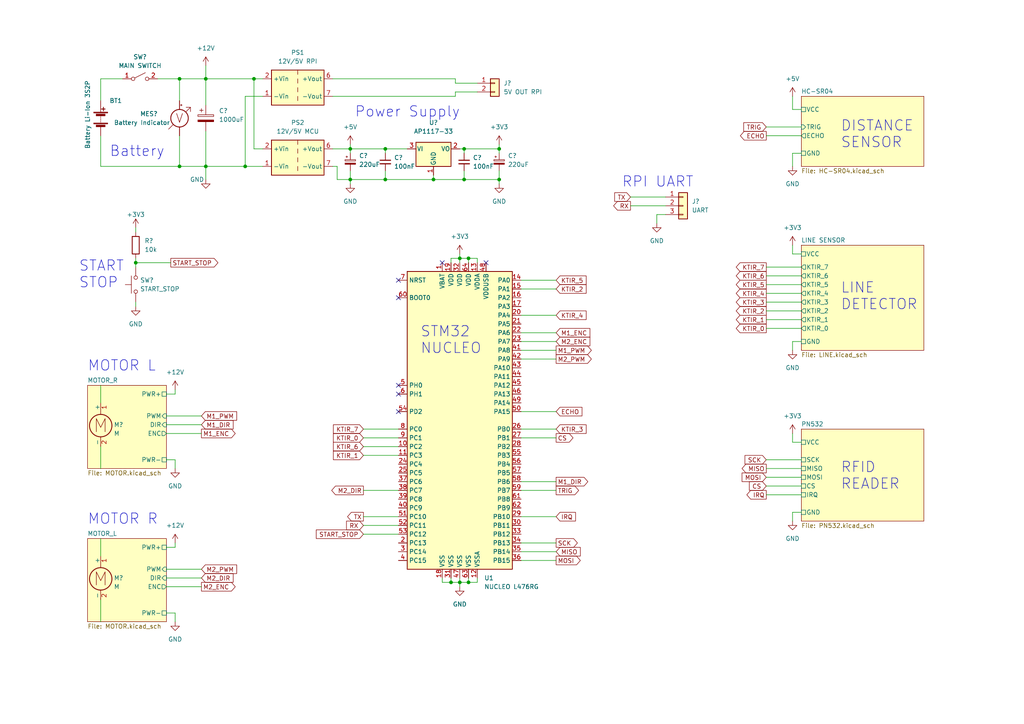
<source format=kicad_sch>
(kicad_sch (version 20211123) (generator eeschema)
  (paper "A4")
  (lib_symbols
    (symbol "Connector_Generic:Conn_01x02" (pin_names (offset 1.016) hide)
      (property "Reference" "J" (at 0 2.54 0))
      (property "Value" "Conn_01x02" (at 0 -5.08 0))
      (symbol "Conn_01x02_1_1"
        (rectangle (start -1.27 -2.413) (end 0 -2.667) (stroke (width 0.1524)))
        (rectangle (start -1.27 0.127) (end 0 -0.127) (stroke (width 0.1524)))
        (rectangle (start -1.27 1.27) (end 1.27 -3.81) (stroke (width 0.254)) (fill (type background)))
        (pin passive line (at -5.08 0 0) (length 3.81) (name "Pin_1") (number "1"))
        (pin passive line (at -5.08 -2.54 0) (length 3.81) (name "Pin_2") (number "2"))
      )
    )
    (symbol "Connector_Generic:Conn_01x03" (pin_names (offset 1.016) hide)
      (property "Reference" "J" (at 0 5.08 0))
      (property "Value" "Conn_01x03" (at 0 -5.08 0))
      (symbol "Conn_01x03_1_1"
        (rectangle (start -1.27 -2.413) (end 0 -2.667) (stroke (width 0.1524)))
        (rectangle (start -1.27 0.127) (end 0 -0.127) (stroke (width 0.1524)))
        (rectangle (start -1.27 2.667) (end 0 2.413) (stroke (width 0.1524)))
        (rectangle (start -1.27 3.81) (end 1.27 -3.81) (stroke (width 0.254)) (fill (type background)))
        (pin passive line (at -5.08 2.54 0) (length 3.81) (name "Pin_1") (number "1"))
        (pin passive line (at -5.08 0 0) (length 3.81) (name "Pin_2") (number "2"))
        (pin passive line (at -5.08 -2.54 0) (length 3.81) (name "Pin_3") (number "3"))
      )
    )
    (symbol "Converter_DCDC:ITX0512SA"
      (property "Reference" "PS" (at -7.62 6.35 0))
      (property "Value" "ITX0512SA" (at 1.27 6.35 0))
      (symbol "ITX0512SA_0_0"
        (pin power_in line (at -10.16 -2.54 0) (length 2.54) (name "-Vin") (number "1"))
        (pin power_in line (at -10.16 2.54 0) (length 2.54) (name "+Vin") (number "2"))
        (pin power_out line (at 10.16 2.54 180) (length 2.54) (name "+Vout") (number "6"))
        (pin power_out line (at 10.16 -2.54 180) (length 2.54) (name "-Vout") (number "7"))
        (pin no_connect line (at 7.62 0 180) (length 2.54) hide (name "NC") (number "8"))
      )
      (symbol "ITX0512SA_0_1"
        (rectangle (start -7.62 5.08) (end 7.62 -5.08) (stroke (width 0.254)) (fill (type background)))
        (polyline (pts (xy 0 -2.54) (xy 0 -3.81)))
        (polyline (pts (xy 0 0) (xy 0 -1.27)))
        (polyline (pts (xy 0 2.54) (xy 0 1.27)))
        (polyline (pts (xy 0 5.08) (xy 0 3.81)))
      )
    )
    (symbol "Device:Battery" (pin_numbers hide) (pin_names (offset 0) hide)
      (property "Reference" "BT" (at 2.54 2.54 0))
      (property "Value" "Battery" (at 2.54 0 0))
      (symbol "Battery_0_1"
        (rectangle (start -2.032 -1.397) (end 2.032 -1.651) (fill (type outline)))
        (rectangle (start -2.032 1.778) (end 2.032 1.524) (fill (type outline)))
        (rectangle (start -1.3208 -1.9812) (end 1.27 -2.4892) (fill (type outline)))
        (rectangle (start -1.3208 1.1938) (end 1.27 0.6858) (fill (type outline)))
        (polyline (pts (xy 0 -1.524) (xy 0 -1.27)))
        (polyline (pts (xy 0 -1.016) (xy 0 -0.762)))
        (polyline (pts (xy 0 -0.508) (xy 0 -0.254)))
        (polyline (pts (xy 0 0) (xy 0 0.254)))
        (polyline (pts (xy 0 0.508) (xy 0 0.762)))
        (polyline (pts (xy 0 1.778) (xy 0 2.54)))
        (polyline (pts (xy 0.254 2.667) (xy 1.27 2.667)) (stroke (width 0.254)))
        (polyline (pts (xy 0.762 3.175) (xy 0.762 2.159)) (stroke (width 0.254)))
      )
      (symbol "Battery_1_1"
        (pin passive line (at 0 5.08 270) (length 2.54) (name "+") (number "1"))
        (pin passive line (at 0 -5.08 90) (length 2.54) (name "-") (number "2"))
      )
    )
    (symbol "Device:C_Polarized" (pin_numbers hide) (pin_names (offset 0.254))
      (property "Reference" "C" (at 0.635 2.54 0))
      (property "Value" "C_Polarized" (at 0.635 -2.54 0))
      (symbol "C_Polarized_0_1"
        (rectangle (start -2.286 0.508) (end 2.286 1.016))
        (polyline (pts (xy -1.778 2.286) (xy -0.762 2.286)))
        (polyline (pts (xy -1.27 2.794) (xy -1.27 1.778)))
        (rectangle (start 2.286 -0.508) (end -2.286 -1.016) (fill (type outline)))
      )
      (symbol "C_Polarized_1_1"
        (pin passive line (at 0 3.81 270) (length 2.794) (name "~") (number "1"))
        (pin passive line (at 0 -3.81 90) (length 2.794) (name "~") (number "2"))
      )
    )
    (symbol "Device:C_Polarized_Small" (pin_numbers hide) (pin_names (offset 0.254) hide)
      (property "Reference" "C" (at 0.254 1.778 0))
      (property "Value" "C_Polarized_Small" (at 0.254 -2.032 0))
      (symbol "C_Polarized_Small_0_1"
        (rectangle (start -1.524 -0.3048) (end 1.524 -0.6858) (fill (type outline)))
        (rectangle (start -1.524 0.6858) (end 1.524 0.3048))
        (polyline (pts (xy -1.27 1.524) (xy -0.762 1.524)))
        (polyline (pts (xy -1.016 1.27) (xy -1.016 1.778)))
      )
      (symbol "C_Polarized_Small_1_1"
        (pin passive line (at 0 2.54 270) (length 1.8542) (name "~") (number "1"))
        (pin passive line (at 0 -2.54 90) (length 1.8542) (name "~") (number "2"))
      )
    )
    (symbol "Device:C_Small" (pin_numbers hide) (pin_names (offset 0.254) hide)
      (property "Reference" "C" (at 0.254 1.778 0))
      (property "Value" "C_Small" (at 0.254 -2.032 0))
      (symbol "C_Small_0_1"
        (polyline (pts (xy -1.524 -0.508) (xy 1.524 -0.508)) (stroke (width 0.3302)))
        (polyline (pts (xy -1.524 0.508) (xy 1.524 0.508)) (stroke (width 0.3048)))
      )
      (symbol "C_Small_1_1"
        (pin passive line (at 0 2.54 270) (length 2.032) (name "~") (number "1"))
        (pin passive line (at 0 -2.54 90) (length 2.032) (name "~") (number "2"))
      )
    )
    (symbol "Device:R" (pin_numbers hide) (pin_names (offset 0))
      (property "Reference" "R" (at 2.032 0 90))
      (property "Value" "R" (at 0 0 90))
      (symbol "R_0_1"
        (rectangle (start -1.016 -2.54) (end 1.016 2.54) (stroke (width 0.254)))
      )
      (symbol "R_1_1"
        (pin passive line (at 0 3.81 270) (length 1.27) (name "~") (number "1"))
        (pin passive line (at 0 -3.81 90) (length 1.27) (name "~") (number "2"))
      )
    )
    (symbol "Device:Voltmeter_DC" (pin_numbers hide) (pin_names (offset 0.0254) hide)
      (property "Reference" "MES" (at -3.302 1.016 0))
      (property "Value" "Voltmeter_DC" (at -3.302 -0.762 0))
      (symbol "Voltmeter_DC_0_0"
        (polyline (pts (xy -3.175 -3.175) (xy -1.905 -1.905)))
        (polyline (pts (xy 1.905 1.905) (xy 3.175 3.175)))
        (polyline (pts (xy 1.905 3.175) (xy 3.175 3.175) (xy 3.175 1.905)))
        (text "V" (at 0 0 0) (effects (font (size 2.54 2.54))))
      )
      (symbol "Voltmeter_DC_0_1"
        (polyline (pts (xy 0.254 3.81) (xy 0.762 3.81)))
        (polyline (pts (xy 0.508 4.064) (xy 0.508 3.556)))
        (circle (center 0 0) (radius 2.54) (stroke (width 0.254)))
      )
      (symbol "Voltmeter_DC_1_1"
        (pin passive line (at 0 -5.08 90) (length 2.54) (name "-") (number "1"))
        (pin passive line (at 0 5.08 270) (length 2.54) (name "+") (number "2"))
      )
    )
    (symbol "MCU_ST_STM32L4:STM32L476RGTx"
      (property "Reference" "U" (at -15.24 44.45 0))
      (property "Value" "STM32L476RGTx" (at 10.16 44.45 0))
      (symbol "STM32L476RGTx_0_1"
        (rectangle (start -15.24 -43.18) (end 15.24 43.18) (stroke (width 0.254)) (fill (type background)))
      )
      (symbol "STM32L476RGTx_1_1"
        (pin power_in line (at -5.08 45.72 270) (length 2.54) (name "VBAT") (number "1"))
        (pin bidirectional line (at -17.78 -7.62 0) (length 2.54) (name "PC2") (number "10"))
        (pin bidirectional line (at -17.78 -10.16 0) (length 2.54) (name "PC3") (number "11"))
        (pin power_in line (at 5.08 -45.72 90) (length 2.54) (name "VSSA") (number "12"))
        (pin power_in line (at 5.08 45.72 270) (length 2.54) (name "VDDA") (number "13"))
        (pin bidirectional line (at 17.78 40.64 180) (length 2.54) (name "PA0") (number "14"))
        (pin bidirectional line (at 17.78 38.1 180) (length 2.54) (name "PA1") (number "15"))
        (pin bidirectional line (at 17.78 35.56 180) (length 2.54) (name "PA2") (number "16"))
        (pin bidirectional line (at 17.78 33.02 180) (length 2.54) (name "PA3") (number "17"))
        (pin power_in line (at -5.08 -45.72 90) (length 2.54) (name "VSS") (number "18"))
        (pin power_in line (at -2.54 45.72 270) (length 2.54) (name "VDD") (number "19"))
        (pin bidirectional line (at -17.78 -35.56 0) (length 2.54) (name "PC13") (number "2"))
        (pin bidirectional line (at 17.78 30.48 180) (length 2.54) (name "PA4") (number "20"))
        (pin bidirectional line (at 17.78 27.94 180) (length 2.54) (name "PA5") (number "21"))
        (pin bidirectional line (at 17.78 25.4 180) (length 2.54) (name "PA6") (number "22"))
        (pin bidirectional line (at 17.78 22.86 180) (length 2.54) (name "PA7") (number "23"))
        (pin bidirectional line (at -17.78 -12.7 0) (length 2.54) (name "PC4") (number "24"))
        (pin bidirectional line (at -17.78 -15.24 0) (length 2.54) (name "PC5") (number "25"))
        (pin bidirectional line (at 17.78 -2.54 180) (length 2.54) (name "PB0") (number "26"))
        (pin bidirectional line (at 17.78 -5.08 180) (length 2.54) (name "PB1") (number "27"))
        (pin bidirectional line (at 17.78 -7.62 180) (length 2.54) (name "PB2") (number "28"))
        (pin bidirectional line (at 17.78 -27.94 180) (length 2.54) (name "PB10") (number "29"))
        (pin bidirectional line (at -17.78 -38.1 0) (length 2.54) (name "PC14") (number "3"))
        (pin bidirectional line (at 17.78 -30.48 180) (length 2.54) (name "PB11") (number "30"))
        (pin power_in line (at -2.54 -45.72 90) (length 2.54) (name "VSS") (number "31"))
        (pin power_in line (at 0 45.72 270) (length 2.54) (name "VDD") (number "32"))
        (pin bidirectional line (at 17.78 -33.02 180) (length 2.54) (name "PB12") (number "33"))
        (pin bidirectional line (at 17.78 -35.56 180) (length 2.54) (name "PB13") (number "34"))
        (pin bidirectional line (at 17.78 -38.1 180) (length 2.54) (name "PB14") (number "35"))
        (pin bidirectional line (at 17.78 -40.64 180) (length 2.54) (name "PB15") (number "36"))
        (pin bidirectional line (at -17.78 -17.78 0) (length 2.54) (name "PC6") (number "37"))
        (pin bidirectional line (at -17.78 -20.32 0) (length 2.54) (name "PC7") (number "38"))
        (pin bidirectional line (at -17.78 -22.86 0) (length 2.54) (name "PC8") (number "39"))
        (pin bidirectional line (at -17.78 -40.64 0) (length 2.54) (name "PC15") (number "4"))
        (pin bidirectional line (at -17.78 -25.4 0) (length 2.54) (name "PC9") (number "40"))
        (pin bidirectional line (at 17.78 20.32 180) (length 2.54) (name "PA8") (number "41"))
        (pin bidirectional line (at 17.78 17.78 180) (length 2.54) (name "PA9") (number "42"))
        (pin bidirectional line (at 17.78 15.24 180) (length 2.54) (name "PA10") (number "43"))
        (pin bidirectional line (at 17.78 12.7 180) (length 2.54) (name "PA11") (number "44"))
        (pin bidirectional line (at 17.78 10.16 180) (length 2.54) (name "PA12") (number "45"))
        (pin bidirectional line (at 17.78 7.62 180) (length 2.54) (name "PA13") (number "46"))
        (pin power_in line (at 0 -45.72 90) (length 2.54) (name "VSS") (number "47"))
        (pin power_in line (at 7.62 45.72 270) (length 2.54) (name "VDDUSB") (number "48"))
        (pin bidirectional line (at 17.78 5.08 180) (length 2.54) (name "PA14") (number "49"))
        (pin input line (at -17.78 10.16 0) (length 2.54) (name "PH0") (number "5"))
        (pin bidirectional line (at 17.78 2.54 180) (length 2.54) (name "PA15") (number "50"))
        (pin bidirectional line (at -17.78 -27.94 0) (length 2.54) (name "PC10") (number "51"))
        (pin bidirectional line (at -17.78 -30.48 0) (length 2.54) (name "PC11") (number "52"))
        (pin bidirectional line (at -17.78 -33.02 0) (length 2.54) (name "PC12") (number "53"))
        (pin bidirectional line (at -17.78 2.54 0) (length 2.54) (name "PD2") (number "54"))
        (pin bidirectional line (at 17.78 -10.16 180) (length 2.54) (name "PB3") (number "55"))
        (pin bidirectional line (at 17.78 -12.7 180) (length 2.54) (name "PB4") (number "56"))
        (pin bidirectional line (at 17.78 -15.24 180) (length 2.54) (name "PB5") (number "57"))
        (pin bidirectional line (at 17.78 -17.78 180) (length 2.54) (name "PB6") (number "58"))
        (pin bidirectional line (at 17.78 -20.32 180) (length 2.54) (name "PB7") (number "59"))
        (pin input line (at -17.78 7.62 0) (length 2.54) (name "PH1") (number "6"))
        (pin input line (at -17.78 35.56 0) (length 2.54) (name "BOOT0") (number "60"))
        (pin bidirectional line (at 17.78 -22.86 180) (length 2.54) (name "PB8") (number "61"))
        (pin bidirectional line (at 17.78 -25.4 180) (length 2.54) (name "PB9") (number "62"))
        (pin power_in line (at 2.54 -45.72 90) (length 2.54) (name "VSS") (number "63"))
        (pin power_in line (at 2.54 45.72 270) (length 2.54) (name "VDD") (number "64"))
        (pin input line (at -17.78 40.64 0) (length 2.54) (name "NRST") (number "7"))
        (pin bidirectional line (at -17.78 -2.54 0) (length 2.54) (name "PC0") (number "8"))
        (pin bidirectional line (at -17.78 -5.08 0) (length 2.54) (name "PC1") (number "9"))
      )
    )
    (symbol "Motor:Motor_DC" (pin_names (offset 0))
      (property "Reference" "M" (at 2.54 2.54 0))
      (property "Value" "Motor_DC" (at 2.54 -5.08 0))
      (symbol "Motor_DC_0_0"
        (polyline (pts (xy -1.27 -3.302) (xy -1.27 0.508) (xy 0 -2.032) (xy 1.27 0.508) (xy 1.27 -3.302)))
      )
      (symbol "Motor_DC_0_1"
        (circle (center 0 -1.524) (radius 3.2512) (stroke (width 0.254)))
        (polyline (pts (xy 0 -7.62) (xy 0 -7.112)))
        (polyline (pts (xy 0 -4.7752) (xy 0 -5.1816)))
        (polyline (pts (xy 0 1.7272) (xy 0 2.0828)))
        (polyline (pts (xy 0 2.032) (xy 0 2.54)))
      )
      (symbol "Motor_DC_1_1"
        (pin passive line (at 0 5.08 270) (length 2.54) (name "+") (number "1"))
        (pin passive line (at 0 -7.62 90) (length 2.54) (name "-") (number "2"))
      )
    )
    (symbol "Regulator_Linear:AP1117-33" (pin_names (offset 0.254))
      (property "Reference" "U" (at -3.81 3.175 0))
      (property "Value" "AP1117-33" (at 0 3.175 0))
      (symbol "AP1117-33_0_1"
        (rectangle (start -5.08 -5.08) (end 5.08 1.905) (stroke (width 0.254)) (fill (type background)))
      )
      (symbol "AP1117-33_1_1"
        (pin power_in line (at 0 -7.62 90) (length 2.54) (name "GND") (number "1"))
        (pin power_out line (at 7.62 0 180) (length 2.54) (name "VO") (number "2"))
        (pin power_in line (at -7.62 0 0) (length 2.54) (name "VI") (number "3"))
      )
    )
    (symbol "Switch:SW_Push" (pin_numbers hide) (pin_names (offset 1.016) hide)
      (property "Reference" "SW" (at 1.27 2.54 0))
      (property "Value" "SW_Push" (at 0 -1.524 0))
      (symbol "SW_Push_0_1"
        (circle (center -2.032 0) (radius 0.508))
        (polyline (pts (xy 0 1.27) (xy 0 3.048)))
        (polyline (pts (xy 2.54 1.27) (xy -2.54 1.27)))
        (circle (center 2.032 0) (radius 0.508))
        (pin passive line (at -5.08 0 0) (length 2.54) (name "1") (number "1"))
        (pin passive line (at 5.08 0 180) (length 2.54) (name "2") (number "2"))
      )
    )
    (symbol "Switch:SW_SPST" (pin_names (offset 0) hide)
      (property "Reference" "SW" (at 0 3.175 0))
      (property "Value" "SW_SPST" (at 0 -2.54 0))
      (symbol "SW_SPST_0_0"
        (circle (center -2.032 0) (radius 0.508))
        (polyline (pts (xy -1.524 0.254) (xy 1.524 1.778)))
        (circle (center 2.032 0) (radius 0.508))
      )
      (symbol "SW_SPST_1_1"
        (pin passive line (at -5.08 0 0) (length 2.54) (name "A") (number "1"))
        (pin passive line (at 5.08 0 180) (length 2.54) (name "B") (number "2"))
      )
    )
    (symbol "power:+12V" (power) (pin_names (offset 0))
      (property "Value" "+12V" (at 0 3.556 0))
      (symbol "+12V_0_1"
        (polyline (pts (xy -0.762 1.27) (xy 0 2.54)))
        (polyline (pts (xy 0 0) (xy 0 2.54)))
        (polyline (pts (xy 0 2.54) (xy 0.762 1.27)))
      )
      (symbol "+12V_1_1"
        (pin power_in line (at 0 0 90) (length 0) hide (name "+12V") (number "1"))
      )
    )
    (symbol "power:+3.3V" (power) (pin_names (offset 0))
      (property "Value" "+3.3V" (at 0 3.556 0))
      (symbol "+3.3V_0_1"
        (polyline (pts (xy -0.762 1.27) (xy 0 2.54)))
        (polyline (pts (xy 0 0) (xy 0 2.54)))
        (polyline (pts (xy 0 2.54) (xy 0.762 1.27)))
      )
      (symbol "+3.3V_1_1"
        (pin power_in line (at 0 0 90) (length 0) hide (name "+3V3") (number "1"))
      )
    )
    (symbol "power:+5V" (power) (pin_names (offset 0))
      (property "Value" "+5V" (at 0 3.556 0))
      (symbol "+5V_0_1"
        (polyline (pts (xy -0.762 1.27) (xy 0 2.54)))
        (polyline (pts (xy 0 0) (xy 0 2.54)))
        (polyline (pts (xy 0 2.54) (xy 0.762 1.27)))
      )
      (symbol "+5V_1_1"
        (pin power_in line (at 0 0 90) (length 0) hide (name "+5V") (number "1"))
      )
    )
    (symbol "power:GND" (power) (pin_names (offset 0))
      (property "Value" "GND" (at 0 -3.81 0))
      (symbol "GND_0_1"
        (polyline (pts (xy 0 0) (xy 0 -1.27) (xy 1.27 -1.27) (xy 0 -2.54) (xy -1.27 -1.27) (xy 0 -1.27)))
      )
      (symbol "GND_1_1"
        (pin power_in line (at 0 0 270) (length 0) hide (name "GND") (number "1"))
      )
    )
  )
  (junction (at 52.07 22.86))
  (junction (at 59.69 48.26))
  (junction (at 52.07 48.26))
  (junction (at 144.78 52.07))
  (junction (at 134.62 52.07))
  (junction (at 111.76 52.07))
  (junction (at 133.35 74.93))
  (junction (at 101.6 52.07))
  (junction (at 73.66 22.86))
  (junction (at 71.12 48.26))
  (junction (at 130.81 168.91))
  (junction (at 135.89 74.93))
  (junction (at 125.73 52.07))
  (junction (at 144.78 43.18))
  (junction (at 101.6 43.18))
  (junction (at 133.35 168.91))
  (junction (at 59.69 22.86))
  (junction (at 135.89 168.91))
  (junction (at 134.62 43.18))
  (junction (at 39.37 76.2))
  (junction (at 111.76 43.18))
  (no_connect (at 115.57 119.38))
  (no_connect (at 115.57 111.76))
  (no_connect (at 115.57 81.28))
  (no_connect (at 115.57 86.36))
  (no_connect (at 115.57 114.3))
  (no_connect (at 128.27 76.2))
  (no_connect (at 140.97 76.2))
  (wire (pts (xy 101.6 49.53) (xy 101.6 52.07)))
  (wire (pts (xy 133.35 167.64) (xy 133.35 168.91)))
  (wire (pts (xy 138.43 24.13) (xy 132.08 24.13)))
  (wire (pts (xy 105.41 149.86) (xy 115.57 149.86)))
  (wire (pts (xy 105.41 124.46) (xy 115.57 124.46)))
  (wire (pts (xy 50.8 135.89) (xy 50.8 133.35)))
  (wire (pts (xy 29.21 111.76) (xy 29.21 116.84)))
  (wire (pts (xy 59.69 22.86) (xy 73.66 22.86)))
  (wire (pts (xy 222.25 140.97) (xy 232.41 140.97)))
  (wire (pts (xy 144.78 52.07) (xy 134.62 52.07)))
  (wire (pts (xy 101.6 43.18) (xy 101.6 44.45)))
  (wire (pts (xy 144.78 49.53) (xy 144.78 52.07)))
  (wire (pts (xy 222.25 135.89) (xy 232.41 135.89)))
  (wire (pts (xy 50.8 180.34) (xy 50.8 177.8)))
  (wire (pts (xy 134.62 44.45) (xy 134.62 43.18)))
  (wire (pts (xy 222.25 85.09) (xy 232.41 85.09)))
  (wire (pts (xy 97.79 52.07) (xy 101.6 52.07)))
  (wire (pts (xy 229.87 148.59) (xy 232.41 148.59)))
  (wire (pts (xy 229.87 151.13) (xy 229.87 148.59)))
  (wire (pts (xy 96.52 48.26) (xy 97.79 48.26)))
  (wire (pts (xy 101.6 41.91) (xy 101.6 43.18)))
  (wire (pts (xy 132.08 26.67) (xy 138.43 26.67)))
  (wire (pts (xy 222.25 143.51) (xy 232.41 143.51)))
  (wire (pts (xy 39.37 76.2) (xy 49.53 76.2)))
  (wire (pts (xy 135.89 168.91) (xy 133.35 168.91)))
  (wire (pts (xy 58.42 125.73) (xy 48.26 125.73)))
  (wire (pts (xy 222.25 82.55) (xy 232.41 82.55)))
  (wire (pts (xy 111.76 49.53) (xy 111.76 52.07)))
  (wire (pts (xy 232.41 73.66) (xy 229.87 73.66)))
  (wire (pts (xy 101.6 43.18) (xy 111.76 43.18)))
  (wire (pts (xy 229.87 125.73) (xy 229.87 128.27)))
  (wire (pts (xy 161.29 104.14) (xy 151.13 104.14)))
  (wire (pts (xy 161.29 119.38) (xy 151.13 119.38)))
  (wire (pts (xy 134.62 49.53) (xy 134.62 52.07)))
  (wire (pts (xy 73.66 22.86) (xy 76.2 22.86)))
  (wire (pts (xy 50.8 177.8) (xy 48.26 177.8)))
  (wire (pts (xy 161.29 142.24) (xy 151.13 142.24)))
  (wire (pts (xy 222.25 90.17) (xy 232.41 90.17)))
  (wire (pts (xy 161.29 160.02) (xy 151.13 160.02)))
  (wire (pts (xy 138.43 168.91) (xy 135.89 168.91)))
  (wire (pts (xy 229.87 44.45) (xy 229.87 48.26)))
  (wire (pts (xy 222.25 80.01) (xy 232.41 80.01)))
  (wire (pts (xy 59.69 19.05) (xy 59.69 22.86)))
  (wire (pts (xy 229.87 31.75) (xy 232.41 31.75)))
  (wire (pts (xy 101.6 52.07) (xy 111.76 52.07)))
  (wire (pts (xy 144.78 43.18) (xy 134.62 43.18)))
  (wire (pts (xy 161.29 124.46) (xy 151.13 124.46)))
  (wire (pts (xy 130.81 74.93) (xy 130.81 76.2)))
  (wire (pts (xy 39.37 74.93) (xy 39.37 76.2)))
  (wire (pts (xy 39.37 66.04) (xy 39.37 67.31)))
  (wire (pts (xy 161.29 91.44) (xy 151.13 91.44)))
  (wire (pts (xy 161.29 81.28) (xy 151.13 81.28)))
  (wire (pts (xy 58.42 167.64) (xy 48.26 167.64)))
  (wire (pts (xy 138.43 167.64) (xy 138.43 168.91)))
  (wire (pts (xy 76.2 43.18) (xy 73.66 43.18)))
  (wire (pts (xy 105.41 154.94) (xy 115.57 154.94)))
  (wire (pts (xy 58.42 120.65) (xy 48.26 120.65)))
  (wire (pts (xy 161.29 157.48) (xy 151.13 157.48)))
  (wire (pts (xy 52.07 22.86) (xy 59.69 22.86)))
  (wire (pts (xy 52.07 48.26) (xy 59.69 48.26)))
  (wire (pts (xy 29.21 48.26) (xy 52.07 48.26)))
  (wire (pts (xy 125.73 52.07) (xy 125.73 50.8)))
  (wire (pts (xy 29.21 156.21) (xy 29.21 161.29)))
  (wire (pts (xy 29.21 29.21) (xy 29.21 22.86)))
  (wire (pts (xy 50.8 158.75) (xy 48.26 158.75)))
  (wire (pts (xy 58.42 165.1) (xy 48.26 165.1)))
  (wire (pts (xy 29.21 39.37) (xy 29.21 48.26)))
  (wire (pts (xy 59.69 48.26) (xy 59.69 52.07)))
  (wire (pts (xy 71.12 48.26) (xy 76.2 48.26)))
  (wire (pts (xy 161.29 83.82) (xy 151.13 83.82)))
  (wire (pts (xy 58.42 170.18) (xy 48.26 170.18)))
  (wire (pts (xy 144.78 41.91) (xy 144.78 43.18)))
  (wire (pts (xy 50.8 113.03) (xy 50.8 114.3)))
  (wire (pts (xy 222.25 138.43) (xy 232.41 138.43)))
  (wire (pts (xy 161.29 127) (xy 151.13 127)))
  (wire (pts (xy 138.43 74.93) (xy 135.89 74.93)))
  (wire (pts (xy 105.41 142.24) (xy 115.57 142.24)))
  (wire (pts (xy 133.35 73.66) (xy 133.35 74.93)))
  (wire (pts (xy 50.8 157.48) (xy 50.8 158.75)))
  (wire (pts (xy 133.35 170.18) (xy 133.35 168.91)))
  (wire (pts (xy 133.35 74.93) (xy 130.81 74.93)))
  (wire (pts (xy 222.25 133.35) (xy 232.41 133.35)))
  (wire (pts (xy 96.52 22.86) (xy 132.08 22.86)))
  (wire (pts (xy 50.8 114.3) (xy 48.26 114.3)))
  (wire (pts (xy 39.37 87.63) (xy 39.37 88.9)))
  (wire (pts (xy 182.88 59.69) (xy 193.04 59.69)))
  (wire (pts (xy 222.25 87.63) (xy 232.41 87.63)))
  (wire (pts (xy 190.5 64.77) (xy 190.5 62.23)))
  (wire (pts (xy 133.35 74.93) (xy 135.89 74.93)))
  (wire (pts (xy 105.41 129.54) (xy 115.57 129.54)))
  (wire (pts (xy 73.66 43.18) (xy 73.66 22.86)))
  (wire (pts (xy 144.78 52.07) (xy 144.78 53.34)))
  (wire (pts (xy 111.76 52.07) (xy 125.73 52.07)))
  (wire (pts (xy 161.29 149.86) (xy 151.13 149.86)))
  (wire (pts (xy 161.29 96.52) (xy 151.13 96.52)))
  (wire (pts (xy 182.88 57.15) (xy 193.04 57.15)))
  (wire (pts (xy 105.41 152.4) (xy 115.57 152.4)))
  (wire (pts (xy 130.81 167.64) (xy 130.81 168.91)))
  (wire (pts (xy 50.8 133.35) (xy 48.26 133.35)))
  (wire (pts (xy 133.35 74.93) (xy 133.35 76.2)))
  (wire (pts (xy 222.25 39.37) (xy 232.41 39.37)))
  (wire (pts (xy 190.5 62.23) (xy 193.04 62.23)))
  (wire (pts (xy 134.62 52.07) (xy 125.73 52.07)))
  (wire (pts (xy 105.41 127) (xy 115.57 127)))
  (wire (pts (xy 71.12 27.94) (xy 71.12 48.26)))
  (wire (pts (xy 229.87 99.06) (xy 229.87 101.6)))
  (wire (pts (xy 134.62 43.18) (xy 133.35 43.18)))
  (wire (pts (xy 138.43 76.2) (xy 138.43 74.93)))
  (wire (pts (xy 144.78 44.45) (xy 144.78 43.18)))
  (wire (pts (xy 229.87 128.27) (xy 232.41 128.27)))
  (wire (pts (xy 76.2 27.94) (xy 71.12 27.94)))
  (wire (pts (xy 229.87 44.45) (xy 232.41 44.45)))
  (wire (pts (xy 132.08 27.94) (xy 132.08 26.67)))
  (wire (pts (xy 59.69 38.1) (xy 59.69 48.26)))
  (wire (pts (xy 52.07 22.86) (xy 52.07 29.21)))
  (wire (pts (xy 96.52 43.18) (xy 101.6 43.18)))
  (wire (pts (xy 135.89 76.2) (xy 135.89 74.93)))
  (wire (pts (xy 222.25 95.25) (xy 232.41 95.25)))
  (wire (pts (xy 59.69 48.26) (xy 71.12 48.26)))
  (wire (pts (xy 101.6 52.07) (xy 101.6 53.34)))
  (wire (pts (xy 128.27 168.91) (xy 128.27 167.64)))
  (wire (pts (xy 97.79 48.26) (xy 97.79 52.07)))
  (wire (pts (xy 111.76 43.18) (xy 111.76 44.45)))
  (wire (pts (xy 222.25 92.71) (xy 232.41 92.71)))
  (wire (pts (xy 161.29 139.7) (xy 151.13 139.7)))
  (wire (pts (xy 45.72 22.86) (xy 52.07 22.86)))
  (wire (pts (xy 135.89 167.64) (xy 135.89 168.91)))
  (wire (pts (xy 111.76 43.18) (xy 118.11 43.18)))
  (wire (pts (xy 229.87 71.12) (xy 229.87 73.66)))
  (wire (pts (xy 130.81 168.91) (xy 128.27 168.91)))
  (wire (pts (xy 132.08 24.13) (xy 132.08 22.86)))
  (wire (pts (xy 229.87 27.94) (xy 229.87 31.75)))
  (wire (pts (xy 161.29 99.06) (xy 151.13 99.06)))
  (wire (pts (xy 96.52 27.94) (xy 132.08 27.94)))
  (wire (pts (xy 133.35 168.91) (xy 130.81 168.91)))
  (wire (pts (xy 105.41 132.08) (xy 115.57 132.08)))
  (wire (pts (xy 58.42 123.19) (xy 48.26 123.19)))
  (wire (pts (xy 229.87 99.06) (xy 232.41 99.06)))
  (wire (pts (xy 222.25 36.83) (xy 232.41 36.83)))
  (wire (pts (xy 59.69 22.86) (xy 59.69 30.48)))
  (wire (pts (xy 222.25 77.47) (xy 232.41 77.47)))
  (wire (pts (xy 29.21 129.54) (xy 29.21 135.89)))
  (wire (pts (xy 39.37 76.2) (xy 39.37 77.47)))
  (wire (pts (xy 29.21 22.86) (xy 35.56 22.86)))
  (wire (pts (xy 161.29 101.6) (xy 151.13 101.6)))
  (wire (pts (xy 52.07 39.37) (xy 52.07 48.26)))
  (wire (pts (xy 161.29 162.56) (xy 151.13 162.56)))
  (wire (pts (xy 29.21 173.99) (xy 29.21 180.34)))
  (text "RFID\nREADER" (at 243.84 142.24 0) (effects (font (size 3 3)) (justify left bottom)))
  (text "LINE\nDETECTOR" (at 243.84 90.17 0) (effects (font (size 3 3)) (justify left bottom)))
  (text "STM32\nNUCLEO" (at 121.92 102.87 0) (effects (font (size 3 3)) (justify left bottom)))
  (text "DISTANCE\nSENSOR" (at 243.84 43.18 0) (effects (font (size 3 3)) (justify left bottom)))
  (text "RPI UART" (at 180.34 54.61 0) (effects (font (size 3 3)) (justify left bottom)))
  (text "START\nSTOP" (at 22.86 83.82 0) (effects (font (size 3 3)) (justify left bottom)))
  (text "MOTOR L" (at 25.4 107.95 0) (effects (font (size 3 3)) (justify left bottom)))
  (text "Battery\n" (at 31.75 45.72 0) (effects (font (size 3 3)) (justify left bottom)))
  (text "MOTOR R" (at 25.4 152.4 0) (effects (font (size 3 3)) (justify left bottom)))
  (text "Power Supply" (at 102.87 34.29 0) (effects (font (size 3 3)) (justify left bottom)))
  (global_label "KTIR_5" (shape input) (at 161.29 81.28 0) (property "Intersheet References" "${INTERSHEET_REFS}" (effects hide)))
  (global_label "M2_ENC" (shape input) (at 161.29 99.06 0) (property "Intersheet References" "${INTERSHEET_REFS}" (effects hide)))
  (global_label "TRIG" (shape input) (at 222.25 36.83 180) (property "Intersheet References" "${INTERSHEET_REFS}" (effects hide)))
  (global_label "IRQ" (shape output) (at 222.25 143.51 180) (property "Intersheet References" "${INTERSHEET_REFS}" (effects hide)))
  (global_label "MISO" (shape input) (at 161.29 160.02 0) (property "Intersheet References" "${INTERSHEET_REFS}" (effects hide)))
  (global_label "KTIR_6" (shape input) (at 105.41 129.54 180) (property "Intersheet References" "${INTERSHEET_REFS}" (effects hide)))
  (global_label "KTIR_0" (shape input) (at 105.41 127 180) (property "Intersheet References" "${INTERSHEET_REFS}" (effects hide)))
  (global_label "M2_PWM" (shape output) (at 161.29 104.14 0) (property "Intersheet References" "${INTERSHEET_REFS}" (effects hide)))
  (global_label "TX" (shape input) (at 182.88 57.15 180) (property "Intersheet References" "${INTERSHEET_REFS}" (effects hide)))
  (global_label "M1_PWM" (shape input) (at 58.42 120.65 0) (property "Intersheet References" "${INTERSHEET_REFS}" (effects hide)))
  (global_label "KTIR_2" (shape output) (at 222.25 90.17 180) (property "Intersheet References" "${INTERSHEET_REFS}" (effects hide)))
  (global_label "M1_DIR" (shape input) (at 58.42 123.19 0) (property "Intersheet References" "${INTERSHEET_REFS}" (effects hide)))
  (global_label "KTIR_3" (shape input) (at 161.29 124.46 0) (property "Intersheet References" "${INTERSHEET_REFS}" (effects hide)))
  (global_label "KTIR_0" (shape output) (at 222.25 95.25 180) (property "Intersheet References" "${INTERSHEET_REFS}" (effects hide)))
  (global_label "M1_PWM" (shape output) (at 161.29 101.6 0) (property "Intersheet References" "${INTERSHEET_REFS}" (effects hide)))
  (global_label "KTIR_1" (shape output) (at 222.25 92.71 180) (property "Intersheet References" "${INTERSHEET_REFS}" (effects hide)))
  (global_label "SCK" (shape output) (at 161.29 157.48 0) (property "Intersheet References" "${INTERSHEET_REFS}" (effects hide)))
  (global_label "CS" (shape output) (at 161.29 127 0) (property "Intersheet References" "${INTERSHEET_REFS}" (effects hide)))
  (global_label "START_STOP" (shape output) (at 49.53 76.2 0) (property "Intersheet References" "${INTERSHEET_REFS}" (effects hide)))
  (global_label "MISO" (shape output) (at 222.25 135.89 180) (property "Intersheet References" "${INTERSHEET_REFS}" (effects hide)))
  (global_label "KTIR_4" (shape output) (at 222.25 85.09 180) (property "Intersheet References" "${INTERSHEET_REFS}" (effects hide)))
  (global_label "KTIR_7" (shape input) (at 105.41 124.46 180) (property "Intersheet References" "${INTERSHEET_REFS}" (effects hide)))
  (global_label "CS" (shape input) (at 222.25 140.97 180) (property "Intersheet References" "${INTERSHEET_REFS}" (effects hide)))
  (global_label "M2_DIR" (shape input) (at 58.42 167.64 0) (property "Intersheet References" "${INTERSHEET_REFS}" (effects hide)))
  (global_label "IRQ" (shape input) (at 161.29 149.86 0) (property "Intersheet References" "${INTERSHEET_REFS}" (effects hide)))
  (global_label "KTIR_5" (shape output) (at 222.25 82.55 180) (property "Intersheet References" "${INTERSHEET_REFS}" (effects hide)))
  (global_label "KTIR_4" (shape input) (at 161.29 91.44 0) (property "Intersheet References" "${INTERSHEET_REFS}" (effects hide)))
  (global_label "TRIG" (shape output) (at 161.29 142.24 0) (property "Intersheet References" "${INTERSHEET_REFS}" (effects hide)))
  (global_label "KTIR_2" (shape input) (at 161.29 83.82 0) (property "Intersheet References" "${INTERSHEET_REFS}" (effects hide)))
  (global_label "RX" (shape input) (at 105.41 152.4 180) (property "Intersheet References" "${INTERSHEET_REFS}" (effects hide)))
  (global_label "RX" (shape output) (at 182.88 59.69 180) (property "Intersheet References" "${INTERSHEET_REFS}" (effects hide)))
  (global_label "KTIR_7" (shape output) (at 222.25 77.47 180) (property "Intersheet References" "${INTERSHEET_REFS}" (effects hide)))
  (global_label "M2_DIR" (shape output) (at 105.41 142.24 180) (property "Intersheet References" "${INTERSHEET_REFS}" (effects hide)))
  (global_label "M2_ENC" (shape output) (at 58.42 170.18 0) (property "Intersheet References" "${INTERSHEET_REFS}" (effects hide)))
  (global_label "KTIR_1" (shape input) (at 105.41 132.08 180) (property "Intersheet References" "${INTERSHEET_REFS}" (effects hide)))
  (global_label "ECHO" (shape output) (at 222.25 39.37 180) (property "Intersheet References" "${INTERSHEET_REFS}" (effects hide)))
  (global_label "KTIR_3" (shape output) (at 222.25 87.63 180) (property "Intersheet References" "${INTERSHEET_REFS}" (effects hide)))
  (global_label "SCK" (shape input) (at 222.25 133.35 180) (property "Intersheet References" "${INTERSHEET_REFS}" (effects hide)))
  (global_label "MOSI" (shape input) (at 222.25 138.43 180) (property "Intersheet References" "${INTERSHEET_REFS}" (effects hide)))
  (global_label "M2_PWM" (shape input) (at 58.42 165.1 0) (property "Intersheet References" "${INTERSHEET_REFS}" (effects hide)))
  (global_label "M1_ENC" (shape input) (at 161.29 96.52 0) (property "Intersheet References" "${INTERSHEET_REFS}" (effects hide)))
  (global_label "M1_DIR" (shape output) (at 161.29 139.7 0) (property "Intersheet References" "${INTERSHEET_REFS}" (effects hide)))
  (global_label "START_STOP" (shape input) (at 105.41 154.94 180) (property "Intersheet References" "${INTERSHEET_REFS}" (effects hide)))
  (global_label "KTIR_6" (shape output) (at 222.25 80.01 180) (property "Intersheet References" "${INTERSHEET_REFS}" (effects hide)))
  (global_label "TX" (shape output) (at 105.41 149.86 180) (property "Intersheet References" "${INTERSHEET_REFS}" (effects hide)))
  (global_label "MOSI" (shape output) (at 161.29 162.56 0) (property "Intersheet References" "${INTERSHEET_REFS}" (effects hide)))
  (global_label "M1_ENC" (shape output) (at 58.42 125.73 0) (property "Intersheet References" "${INTERSHEET_REFS}" (effects hide)))
  (global_label "ECHO" (shape input) (at 161.29 119.38 0) (property "Intersheet References" "${INTERSHEET_REFS}" (effects hide)))
  (symbol (lib_id "power:GND") (at 229.87 48.26 0) (unit 1)
    (property "Reference" "#PWR?" (effects hide))
    (property "Value" "GND" (at 229.87 53.34 0))
  )
  (symbol (lib_id "power:+3.3V") (at 229.87 125.73 0) (unit 1)
    (property "Reference" "#PWR?" (effects hide))
    (property "Value" "+3.3V" (at 229.87 120.65 0))
  )
  (symbol (lib_id "power:+5V") (at 229.87 27.94 0) (unit 1)
    (property "Reference" "#PWR?" (effects hide))
    (property "Value" "+5V" (at 229.87 22.86 0))
  )
  (symbol (lib_id "power:+3.3V") (at 144.78 41.91 0) (unit 1)
    (property "Reference" "#PWR?" (effects hide))
    (property "Value" "+3.3V" (at 144.78 36.83 0))
  )
  (symbol (lib_id "Connector_Generic:Conn_01x02") (at 143.51 24.13 0) (unit 1)
    (property "Reference" "J?" (at 146.05 24.1299 0) (effects (justify left)))
    (property "Value" "5V OUT RPI" (at 146.05 26.6699 0) (effects (justify left)))
  )
  (symbol (lib_id "Device:C_Polarized_Small") (at 101.6 46.99 0) (unit 1)
    (property "Reference" "C?" (at 104.14 45.1738 0) (effects (justify left)))
    (property "Value" "220uF" (at 104.14 47.7138 0) (effects (justify left)))
  )
  (symbol (lib_id "power:GND") (at 50.8 135.89 0) (unit 1)
    (property "Reference" "#PWR?" (effects hide))
    (property "Value" "GND" (at 50.8 140.97 0))
  )
  (symbol (lib_id "power:+12V") (at 50.8 157.48 0) (unit 1)
    (property "Reference" "#PWR?" (effects hide))
    (property "Value" "+12V" (at 50.8 152.4 0))
  )
  (symbol (lib_id "power:GND") (at 59.69 52.07 0) (unit 1)
    (property "Reference" "#PWR02" (effects hide))
    (property "Value" "GND" (at 57.15 52.07 0))
  )
  (symbol (lib_id "power:GND") (at 101.6 53.34 0) (unit 1)
    (property "Reference" "#PWR?" (effects hide))
    (property "Value" "GND" (at 101.6 58.42 0))
  )
  (symbol (lib_id "power:GND") (at 39.37 88.9 0) (unit 1)
    (property "Reference" "#PWR?" (effects hide))
    (property "Value" "GND" (at 39.37 93.98 0))
  )
  (symbol (lib_id "Device:R") (at 39.37 71.12 0) (unit 1)
    (property "Reference" "R?" (at 41.91 69.8499 0) (effects (justify left)))
    (property "Value" "10k" (at 41.91 72.3899 0) (effects (justify left)))
  )
  (symbol (lib_id "power:+3.3V") (at 39.37 66.04 0) (unit 1)
    (property "Reference" "#PWR?" (effects hide))
    (property "Value" "+3.3V" (at 39.37 62.23 0))
  )
  (symbol (lib_id "Device:C_Polarized_Small") (at 144.78 46.99 0) (unit 1)
    (property "Reference" "C?" (at 147.32 45.1738 0) (effects (justify left)))
    (property "Value" "220uF" (at 147.32 47.7138 0) (effects (justify left)))
  )
  (symbol (lib_id "Device:C_Small") (at 111.76 46.99 0) (unit 1)
    (property "Reference" "C?" (at 114.3 45.7262 0) (effects (justify left)))
    (property "Value" "100nF" (at 114.3 48.2662 0) (effects (justify left)))
  )
  (symbol (lib_id "power:+5V") (at 101.6 41.91 0) (unit 1)
    (property "Reference" "#PWR?" (effects hide))
    (property "Value" "+5V" (at 101.6 36.83 0))
  )
  (symbol (lib_id "Switch:SW_SPST") (at 40.64 22.86 0) (unit 1)
    (property "Reference" "SW?" (at 40.64 16.51 0))
    (property "Value" "MAIN SWITCH" (at 40.64 19.05 0))
  )
  (symbol (lib_id "power:GND") (at 50.8 180.34 0) (unit 1)
    (property "Reference" "#PWR?" (effects hide))
    (property "Value" "GND" (at 50.8 185.42 0))
  )
  (symbol (lib_id "Motor:Motor_DC") (at 29.21 121.92 0) (unit 1)
    (property "Reference" "M?" (at 33.02 123.19 0) (effects (justify left)))
    (property "Value" "M" (at 33.02 125.73 0) (effects (justify left)))
  )
  (symbol (lib_id "power:GND") (at 229.87 101.6 0) (unit 1)
    (property "Reference" "#PWR04" (effects hide))
    (property "Value" "GND" (at 229.87 106.68 0))
  )
  (symbol (lib_id "Device:Battery") (at 29.21 34.29 0) (unit 1)
    (property "Reference" "BT1" (at 31.75 29.21 0) (effects (justify left)))
    (property "Value" "Battery Li-Ion 3S2P" (at 25.4 43.18 90) (effects (justify left)))
  )
  (symbol (lib_id "Connector_Generic:Conn_01x03") (at 198.12 59.69 0) (unit 1)
    (property "Reference" "J?" (at 200.66 58.4199 0) (effects (justify left)))
    (property "Value" "UART" (at 200.66 60.9599 0) (effects (justify left)))
  )
  (symbol (lib_id "power:+3.3V") (at 229.87 71.12 0) (unit 1)
    (property "Reference" "#PWR03" (effects hide))
    (property "Value" "+3.3V" (at 229.87 66.04 0))
  )
  (symbol (lib_id "MCU_ST_STM32L4:STM32L476RGTx") (at 133.35 121.92 0) (unit 1)
    (property "Reference" "U1" (at 140.4494 167.64 0) (effects (justify left)))
    (property "Value" "NUCLEO L476RG" (at 140.4494 170.18 0) (effects (justify left)))
    (property "Footprint" "Package_QFP:LQFP-64_10x10mm_P0.5mm" (effects hide))
    (property "Datasheet" "http://www.st.com/st-web-ui/static/active/en/resource/technical/document/datasheet/DM00108832.pdf" (effects hide))
  )
  (symbol (lib_id "Motor:Motor_DC") (at 29.21 166.37 0) (unit 1)
    (property "Reference" "M?" (at 33.02 167.64 0) (effects (justify left)))
    (property "Value" "M" (at 33.02 170.18 0) (effects (justify left)))
  )
  (symbol (lib_id "Regulator_Linear:AP1117-33") (at 125.73 43.18 0) (unit 1)
    (property "Reference" "U?" (at 125.73 35.56 0))
    (property "Value" "AP1117-33" (at 125.73 38.1 0))
    (property "Footprint" "Package_TO_SOT_SMD:SOT-223-3_TabPin2" (effects hide))
    (property "Datasheet" "http://www.diodes.com/datasheets/AP1117.pdf" (effects hide))
  )
  (symbol (lib_id "Converter_DCDC:ITX0512SA") (at 86.36 25.4 0) (unit 1)
    (property "Reference" "PS1" (at 86.36 15.24 0))
    (property "Value" "12V{slash}5V RPI" (at 86.36 17.78 0))
    (property "Footprint" "Converter_DCDC:Converter_DCDC_XP_POWER-ITXxxxxSA_THT" (effects hide))
    (property "Datasheet" "https://www.xppower.com/pdfs/SF_ITX.pdf" (effects hide))
  )
  (symbol (lib_id "Switch:SW_Push") (at 39.37 82.55 90) (unit 1)
    (property "Reference" "SW?" (at 40.64 81.2799 90) (effects (justify right)))
    (property "Value" "START_STOP" (at 40.64 83.8199 90) (effects (justify right)))
  )
  (symbol (lib_id "power:+3.3V") (at 133.35 73.66 0) (unit 1)
    (property "Reference" "#PWR?" (effects hide))
    (property "Value" "+3.3V" (at 133.35 68.58 0))
  )
  (symbol (lib_id "power:GND") (at 133.35 170.18 0) (unit 1)
    (property "Reference" "#PWR?" (effects hide))
    (property "Value" "GND" (at 133.35 175.26 0))
  )
  (symbol (lib_id "power:GND") (at 144.78 53.34 0) (unit 1)
    (property "Reference" "#PWR?" (effects hide))
    (property "Value" "GND" (at 144.78 58.42 0))
  )
  (symbol (lib_id "power:+12V") (at 59.69 19.05 0) (unit 1)
    (property "Reference" "#PWR01" (effects hide))
    (property "Value" "+12V" (at 59.69 13.97 0))
  )
  (symbol (lib_id "power:+12V") (at 50.8 113.03 0) (unit 1)
    (property "Reference" "#PWR?" (effects hide))
    (property "Value" "+12V" (at 50.8 107.95 0))
  )
  (symbol (lib_id "Device:C_Small") (at 134.62 46.99 0) (unit 1)
    (property "Reference" "C?" (at 137.16 45.7262 0) (effects (justify left)))
    (property "Value" "100nF" (at 137.16 48.2662 0) (effects (justify left)))
  )
  (symbol (lib_id "power:GND") (at 190.5 64.77 0) (unit 1)
    (property "Reference" "#PWR?" (effects hide))
    (property "Value" "GND" (at 190.5 69.85 0))
  )
  (symbol (lib_id "Converter_DCDC:ITX0512SA") (at 86.36 45.72 0) (unit 1)
    (property "Reference" "PS2" (at 86.36 35.56 0))
    (property "Value" "12V{slash}5V MCU" (at 86.36 38.1 0))
    (property "Footprint" "Converter_DCDC:Converter_DCDC_XP_POWER-ITXxxxxSA_THT" (effects hide))
    (property "Datasheet" "https://www.xppower.com/pdfs/SF_ITX.pdf" (effects hide))
  )
  (symbol (lib_id "Device:Voltmeter_DC") (at 52.07 34.29 0) (unit 1)
    (property "Reference" "MES?" (at 40.64 33.02 0) (effects (justify left)))
    (property "Value" "Battery Indicator" (at 33.02 35.56 0) (effects (justify left)))
  )
  (symbol (lib_id "Device:C_Polarized") (at 59.69 34.29 0) (unit 1)
    (property "Reference" "C?" (at 63.5 32.1309 0) (effects (justify left)))
    (property "Value" "1000uF" (at 63.5 34.6709 0) (effects (justify left)))
  )
  (symbol (lib_id "power:GND") (at 229.87 151.13 0) (unit 1)
    (property "Reference" "#PWR?" (effects hide))
    (property "Value" "GND" (at 229.87 156.21 0))
  )
  (sheet (at 232.41 124.46) (size 35.56 26.67) (stroke (width 0.1524)) (fill (color 255 255 194 1.0000))
    (property "Sheet name" "PN532" (at 232.41 123.7484 0) (effects (justify left bottom)))
    (property "Sheet file" "PN532.kicad_sch" (at 232.41 151.7146 0) (effects (justify left top)))
    (pin "VCC" passive (at 232.41 128.27 180))
    (pin "MISO" passive (at 232.41 135.89 180))
    (pin "MOSI" passive (at 232.41 138.43 180))
    (pin "SCK" passive (at 232.41 133.35 180))
    (pin "CS" passive (at 232.41 140.97 180))
    (pin "IRQ" passive (at 232.41 143.51 180))
    (pin "GND" passive (at 232.41 148.59 180))
  )
  (sheet (at 232.41 27.94) (size 35.56 20.32) (stroke (width 0.1524)) (fill (color 255 255 194 1.0000))
    (property "Sheet name" "HC-SR04" (at 232.41 27.2284 0) (effects (justify left bottom)))
    (property "Sheet file" "HC-SR04.kicad_sch" (at 232.41 48.8446 0) (effects (justify left top)))
    (pin "GND" passive (at 232.41 44.45 180))
    (pin "TRIG" input (at 232.41 36.83 180))
    (pin "ECHO" output (at 232.41 39.37 180))
    (pin "VCC" passive (at 232.41 31.75 180))
  )
  (sheet (at 232.41 71.12) (size 35.56 30.48) (stroke (width 0.1524)) (fill (color 255 255 194 1.0000))
    (property "Sheet name" "LINE SENSOR" (at 232.41 70.4084 0) (effects (justify left bottom)))
    (property "Sheet file" "LINE.kicad_sch" (at 232.41 102.1846 0) (effects (justify left top)))
    (pin "KTIR_2" output (at 232.41 90.17 180))
    (pin "KTIR_3" output (at 232.41 87.63 180))
    (pin "KTIR_4" output (at 232.41 85.09 180))
    (pin "GND" passive (at 232.41 99.06 180))
    (pin "VCC" passive (at 232.41 73.66 180))
    (pin "KTIR_1" output (at 232.41 92.71 180))
    (pin "KTIR_0" output (at 232.41 95.25 180))
    (pin "KTIR_5" output (at 232.41 82.55 180))
    (pin "KTIR_6" output (at 232.41 80.01 180))
    (pin "KTIR_7" output (at 232.41 77.47 180))
  )
  (sheet (at 25.4 156.21) (size 22.86 24.13) (stroke (width 0.1524)) (fill (color 255 255 194 1.0000))
    (property "Sheet name" "MOTOR_L" (at 25.4 155.4984 0) (effects (justify left bottom)))
    (property "Sheet file" "MOTOR.kicad_sch" (at 25.4 180.9246 0) (effects (justify left top)))
    (pin "PWR-" passive (at 48.26 177.8 0))
    (pin "DIR" input (at 48.26 167.64 0))
    (pin "ENC" output (at 48.26 170.18 0))
    (pin "PWR+" passive (at 48.26 158.75 0))
    (pin "PWM" input (at 48.26 165.1 0))
  )
  (sheet (at 25.4 111.76) (size 22.86 24.13) (stroke (width 0.1524)) (fill (color 255 255 194 1.0000))
    (property "Sheet name" "MOTOR_R" (at 25.4 111.0484 0) (effects (justify left bottom)))
    (property "Sheet file" "MOTOR.kicad_sch" (at 25.4 136.4746 0) (effects (justify left top)))
    (pin "PWR-" passive (at 48.26 133.35 0))
    (pin "DIR" input (at 48.26 123.19 0))
    (pin "ENC" output (at 48.26 125.73 0))
    (pin "PWR+" passive (at 48.26 114.3 0))
    (pin "PWM" input (at 48.26 120.65 0))
  )
)
</source>
